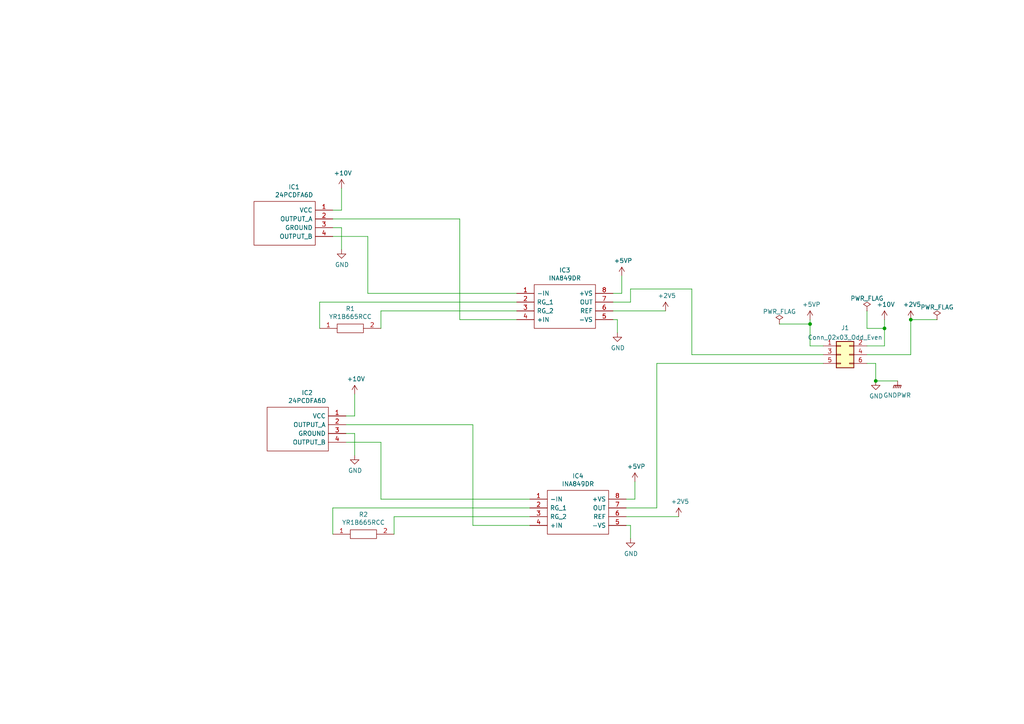
<source format=kicad_sch>
(kicad_sch (version 20211123) (generator eeschema)
  (paper "A4")
  (lib_symbols
    (symbol "Connector_Generic:Conn_02x03_Odd_Even" (pin_names (offset 1.016) hide)
      (property "Reference" "J" (at 1.27 5.08 0))
      (property "Value" "Conn_02x03_Odd_Even" (at 1.27 -5.08 0))
      (symbol "Conn_02x03_Odd_Even_1_1"
        (rectangle (start -1.27 -2.413) (end 0 -2.667) (stroke (width 0.1524)))
        (rectangle (start -1.27 0.127) (end 0 -0.127) (stroke (width 0.1524)))
        (rectangle (start -1.27 2.667) (end 0 2.413) (stroke (width 0.1524)))
        (rectangle (start -1.27 3.81) (end 3.81 -3.81) (stroke (width 0.254)) (fill (type background)))
        (rectangle (start 3.81 -2.413) (end 2.54 -2.667) (stroke (width 0.1524)))
        (rectangle (start 3.81 0.127) (end 2.54 -0.127) (stroke (width 0.1524)))
        (rectangle (start 3.81 2.667) (end 2.54 2.413) (stroke (width 0.1524)))
        (pin passive line (at -5.08 2.54 0) (length 3.81) (name "Pin_1") (number "1"))
        (pin passive line (at 7.62 2.54 180) (length 3.81) (name "Pin_2") (number "2"))
        (pin passive line (at -5.08 0 0) (length 3.81) (name "Pin_3") (number "3"))
        (pin passive line (at 7.62 0 180) (length 3.81) (name "Pin_4") (number "4"))
        (pin passive line (at -5.08 -2.54 0) (length 3.81) (name "Pin_5") (number "5"))
        (pin passive line (at 7.62 -2.54 180) (length 3.81) (name "Pin_6") (number "6"))
      )
    )
    (symbol "SamacSys_Parts:24PCDFA6D" (pin_names (offset 0.762))
      (property "Reference" "IC" (at 24.13 7.62 0))
      (property "Value" "SamacSys_Parts_24PCDFA6D" (at 24.13 5.08 0))
      (symbol "24PCDFA6D_0_0"
        (pin passive line (at 0 -7.62 0) (length 5.08) (name "VCC") (number "1"))
        (pin passive line (at 0 -5.08 0) (length 5.08) (name "OUTPUT_A") (number "2"))
        (pin passive line (at 0 -2.54 0) (length 5.08) (name "GROUND") (number "3"))
        (pin passive line (at 0 0 0) (length 5.08) (name "OUTPUT_B") (number "4"))
      )
      (symbol "24PCDFA6D_0_1"
        (polyline (pts (xy 5.08 2.54) (xy 22.86 2.54) (xy 22.86 -10.16) (xy 5.08 -10.16) (xy 5.08 2.54)) (stroke (width 0.1524)))
      )
    )
    (symbol "SamacSys_Parts:INA849DR" (pin_names (offset 0.762))
      (property "Reference" "IC" (at 24.13 7.62 0))
      (property "Value" "SamacSys_Parts_INA849DR" (at 24.13 5.08 0))
      (symbol "INA849DR_0_0"
        (pin passive line (at 0 0 0) (length 5.08) (name "-IN") (number "1"))
        (pin passive line (at 0 -2.54 0) (length 5.08) (name "RG_1") (number "2"))
        (pin passive line (at 0 -5.08 0) (length 5.08) (name "RG_2") (number "3"))
        (pin passive line (at 0 -7.62 0) (length 5.08) (name "+IN") (number "4"))
        (pin passive line (at 27.94 -7.62 180) (length 5.08) (name "-VS") (number "5"))
        (pin passive line (at 27.94 -5.08 180) (length 5.08) (name "REF") (number "6"))
        (pin passive line (at 27.94 -2.54 180) (length 5.08) (name "OUT") (number "7"))
        (pin passive line (at 27.94 0 180) (length 5.08) (name "+VS") (number "8"))
      )
      (symbol "INA849DR_0_1"
        (polyline (pts (xy 5.08 2.54) (xy 22.86 2.54) (xy 22.86 -10.16) (xy 5.08 -10.16) (xy 5.08 2.54)) (stroke (width 0.1524)))
      )
    )
    (symbol "SamacSys_Parts:YR1B665RCC" (pin_names (offset 0.762))
      (property "Reference" "R" (at 13.97 6.35 0))
      (property "Value" "SamacSys_Parts_YR1B665RCC" (at 13.97 3.81 0))
      (symbol "YR1B665RCC_0_0"
        (pin passive line (at 0 0 0) (length 5.08) (name "~") (number "1"))
        (pin passive line (at 17.78 0 180) (length 5.08) (name "~") (number "2"))
      )
      (symbol "YR1B665RCC_0_1"
        (polyline (pts (xy 5.08 1.27) (xy 12.7 1.27) (xy 12.7 -1.27) (xy 5.08 -1.27) (xy 5.08 1.27)) (stroke (width 0.1524)))
      )
    )
    (symbol "power:+10V" (power) (pin_names (offset 0))
      (property "Value" "+10V" (at 0 3.556 0))
      (symbol "+10V_0_1"
        (polyline (pts (xy -0.762 1.27) (xy 0 2.54)))
        (polyline (pts (xy 0 0) (xy 0 2.54)))
        (polyline (pts (xy 0 2.54) (xy 0.762 1.27)))
      )
      (symbol "+10V_1_1"
        (pin power_in line (at 0 0 90) (length 0) hide (name "+10V") (number "1"))
      )
    )
    (symbol "power:+2V5" (power) (pin_names (offset 0))
      (property "Value" "+2V5" (at 0 3.556 0))
      (symbol "+2V5_0_1"
        (polyline (pts (xy -0.762 1.27) (xy 0 2.54)))
        (polyline (pts (xy 0 0) (xy 0 2.54)))
        (polyline (pts (xy 0 2.54) (xy 0.762 1.27)))
      )
      (symbol "+2V5_1_1"
        (pin power_in line (at 0 0 90) (length 0) hide (name "+2V5") (number "1"))
      )
    )
    (symbol "power:+5VP" (power) (pin_names (offset 0))
      (property "Value" "+5VP" (at 0 3.556 0))
      (symbol "+5VP_0_1"
        (polyline (pts (xy -0.762 1.27) (xy 0 2.54)))
        (polyline (pts (xy 0 0) (xy 0 2.54)))
        (polyline (pts (xy 0 2.54) (xy 0.762 1.27)))
      )
      (symbol "+5VP_1_1"
        (pin power_in line (at 0 0 90) (length 0) hide (name "+5VP") (number "1"))
      )
    )
    (symbol "power:GND" (power) (pin_names (offset 0))
      (property "Value" "GND" (at 0 -3.81 0))
      (symbol "GND_0_1"
        (polyline (pts (xy 0 0) (xy 0 -1.27) (xy 1.27 -1.27) (xy 0 -2.54) (xy -1.27 -1.27) (xy 0 -1.27)))
      )
      (symbol "GND_1_1"
        (pin power_in line (at 0 0 270) (length 0) hide (name "GND") (number "1"))
      )
    )
    (symbol "power:GNDPWR" (power) (pin_names (offset 0))
      (property "Value" "GNDPWR" (at 0 -3.302 0))
      (symbol "GNDPWR_0_1"
        (polyline (pts (xy 0 -1.27) (xy 0 0)))
        (polyline (pts (xy -1.016 -1.27) (xy -1.27 -2.032) (xy -1.27 -2.032)) (stroke (width 0.2032)))
        (polyline (pts (xy -0.508 -1.27) (xy -0.762 -2.032) (xy -0.762 -2.032)) (stroke (width 0.2032)))
        (polyline (pts (xy 0 -1.27) (xy -0.254 -2.032) (xy -0.254 -2.032)) (stroke (width 0.2032)))
        (polyline (pts (xy 0.508 -1.27) (xy 0.254 -2.032) (xy 0.254 -2.032)) (stroke (width 0.2032)))
        (polyline (pts (xy 1.016 -1.27) (xy -1.016 -1.27) (xy -1.016 -1.27)) (stroke (width 0.2032)))
        (polyline (pts (xy 1.016 -1.27) (xy 0.762 -2.032) (xy 0.762 -2.032) (xy 0.762 -2.032)) (stroke (width 0.2032)))
      )
      (symbol "GNDPWR_1_1"
        (pin power_in line (at 0 0 270) (length 0) hide (name "GNDPWR") (number "1"))
      )
    )
    (symbol "power:PWR_FLAG" (power) (pin_numbers hide) (pin_names (offset 0) hide)
      (property "Value" "PWR_FLAG" (at 0 3.81 0))
      (symbol "PWR_FLAG_0_0"
        (pin power_out line (at 0 0 90) (length 0) (name "pwr") (number "1"))
      )
      (symbol "PWR_FLAG_0_1"
        (polyline (pts (xy 0 0) (xy 0 1.27) (xy -1.016 1.905) (xy 0 2.54) (xy 1.016 1.905) (xy 0 1.27)))
      )
    )
  )
  (junction (at 254 110.49))
  (junction (at 256.54 95.25))
  (junction (at 264.16 92.71))
  (junction (at 234.95 93.98))
  (wire (pts (xy 264.16 92.71) (xy 271.78 92.71)))
  (wire (pts (xy 102.87 125.73) (xy 100.33 125.73)))
  (wire (pts (xy 177.8 90.17) (xy 193.04 90.17)))
  (wire (pts (xy 133.35 63.5) (xy 133.35 92.71)))
  (wire (pts (xy 100.33 120.65) (xy 102.87 120.65)))
  (wire (pts (xy 137.16 152.4) (xy 153.67 152.4)))
  (wire (pts (xy 181.61 147.32) (xy 190.5 147.32)))
  (wire (pts (xy 110.49 90.17) (xy 110.49 95.25)))
  (wire (pts (xy 256.54 92.71) (xy 256.54 95.25)))
  (wire (pts (xy 99.06 72.39) (xy 99.06 66.04)))
  (wire (pts (xy 256.54 95.25) (xy 256.54 100.33)))
  (wire (pts (xy 100.33 123.19) (xy 137.16 123.19)))
  (wire (pts (xy 256.54 100.33) (xy 251.46 100.33)))
  (wire (pts (xy 254 110.49) (xy 260.35 110.49)))
  (wire (pts (xy 190.5 105.41) (xy 238.76 105.41)))
  (wire (pts (xy 251.46 102.87) (xy 264.16 102.87)))
  (wire (pts (xy 114.3 149.86) (xy 114.3 154.94)))
  (wire (pts (xy 182.88 152.4) (xy 182.88 156.21)))
  (wire (pts (xy 149.86 85.09) (xy 106.68 85.09)))
  (wire (pts (xy 92.71 87.63) (xy 92.71 95.25)))
  (wire (pts (xy 179.07 92.71) (xy 177.8 92.71)))
  (wire (pts (xy 99.06 66.04) (xy 96.52 66.04)))
  (wire (pts (xy 181.61 149.86) (xy 196.85 149.86)))
  (wire (pts (xy 99.06 60.96) (xy 99.06 54.61)))
  (wire (pts (xy 190.5 147.32) (xy 190.5 105.41)))
  (wire (pts (xy 106.68 68.58) (xy 96.52 68.58)))
  (wire (pts (xy 177.8 85.09) (xy 180.34 85.09)))
  (wire (pts (xy 238.76 102.87) (xy 200.66 102.87)))
  (wire (pts (xy 251.46 95.25) (xy 256.54 95.25)))
  (wire (pts (xy 234.95 92.71) (xy 234.95 93.98)))
  (wire (pts (xy 133.35 92.71) (xy 149.86 92.71)))
  (wire (pts (xy 153.67 149.86) (xy 114.3 149.86)))
  (wire (pts (xy 181.61 144.78) (xy 184.15 144.78)))
  (wire (pts (xy 106.68 85.09) (xy 106.68 68.58)))
  (wire (pts (xy 149.86 90.17) (xy 110.49 90.17)))
  (wire (pts (xy 110.49 128.27) (xy 100.33 128.27)))
  (wire (pts (xy 200.66 102.87) (xy 200.66 83.82)))
  (wire (pts (xy 102.87 132.08) (xy 102.87 125.73)))
  (wire (pts (xy 137.16 123.19) (xy 137.16 152.4)))
  (wire (pts (xy 184.15 144.78) (xy 184.15 139.7)))
  (wire (pts (xy 226.06 93.98) (xy 234.95 93.98)))
  (wire (pts (xy 180.34 85.09) (xy 180.34 80.01)))
  (wire (pts (xy 234.95 93.98) (xy 234.95 100.33)))
  (wire (pts (xy 110.49 144.78) (xy 110.49 128.27)))
  (wire (pts (xy 182.88 87.63) (xy 177.8 87.63)))
  (wire (pts (xy 182.88 83.82) (xy 182.88 87.63)))
  (wire (pts (xy 182.88 152.4) (xy 181.61 152.4)))
  (wire (pts (xy 200.66 83.82) (xy 182.88 83.82)))
  (wire (pts (xy 254 105.41) (xy 251.46 105.41)))
  (wire (pts (xy 179.07 92.71) (xy 179.07 96.52)))
  (wire (pts (xy 96.52 60.96) (xy 99.06 60.96)))
  (wire (pts (xy 254 105.41) (xy 254 110.49)))
  (wire (pts (xy 96.52 147.32) (xy 96.52 154.94)))
  (wire (pts (xy 234.95 100.33) (xy 238.76 100.33)))
  (wire (pts (xy 102.87 120.65) (xy 102.87 114.3)))
  (wire (pts (xy 96.52 63.5) (xy 133.35 63.5)))
  (wire (pts (xy 251.46 90.17) (xy 251.46 95.25)))
  (wire (pts (xy 149.86 87.63) (xy 92.71 87.63)))
  (wire (pts (xy 153.67 144.78) (xy 110.49 144.78)))
  (wire (pts (xy 153.67 147.32) (xy 96.52 147.32)))
  (wire (pts (xy 264.16 92.71) (xy 264.16 102.87)))
  (symbol (lib_id "SamacSys_Parts:24PCDFA6D") (at 96.52 68.58 180) (unit 1)
    (property "Reference" "IC1" (at 85.2932 54.229 0))
    (property "Value" "24PCDFA6D" (at 85.2932 56.5404 0))
    (property "Footprint" "Samac_Sys:24PCDFA6D" (effects hide))
    (property "Datasheet" "https://componentsearchengine.com/Datasheets/2/24PCDFA6D.pdf" (effects hide))
    (property "Description" "Board Mount Pressure Sensors +/-30psi 10V WET-WET DIFF/Gage/Vac Gage" (effects hide))
    (property "Height" "8" (effects hide))
    (property "Mouser Part Number" "785-24PCDFA6D" (effects hide))
    (property "Mouser Price/Stock" "https://www.mouser.co.uk/ProductDetail/Honeywell/24PCDFA6D?qs=pLJKYPamQJx%252B0ilU11tjNg%3D%3D" (effects hide))
    (property "Manufacturer_Name" "Honeywell" (effects hide))
    (property "Manufacturer_Part_Number" "24PCDFA6D" (effects hide))
  )
  (symbol (lib_id "SamacSys_Parts:INA849DR") (at 149.86 85.09 0) (unit 1)
    (property "Reference" "IC3" (at 163.83 78.359 0))
    (property "Value" "INA849DR" (at 163.83 80.6704 0))
    (property "Footprint" "Samac_Sys:SOIC127P600X175-8N" (effects hide))
    (property "Datasheet" "https://www.ti.com/lit/ds/symlink/ina849.pdf?ts=1609495728489&ref_url=https%253A%252F%252Fwww.ti.com%252Fproduct%252FINA849" (effects hide))
    (property "Description" "Texas Instruments Ultra-low noise (1 nV/vHz), high-speed (28 MHz, 35 V/), precision (35 V) instrumentation amplifier" (effects hide))
    (property "Height" "1.75" (effects hide))
    (property "Mouser Part Number" "595-INA849DR" (effects hide))
    (property "Mouser Price/Stock" "https://www.mouser.co.uk/ProductDetail/Texas-Instruments/INA849DR?qs=eP2BKZSCXI4qgDpsz1tg9g%3D%3D" (effects hide))
    (property "Manufacturer_Name" "Texas Instruments" (effects hide))
    (property "Manufacturer_Part_Number" "INA849DR" (effects hide))
  )
  (symbol (lib_id "SamacSys_Parts:YR1B665RCC") (at 92.71 95.25 0) (unit 1)
    (property "Reference" "R1" (at 101.6 89.535 0))
    (property "Value" "YR1B665RCC" (at 101.6 91.8464 0))
    (property "Footprint" "Samac_Sys:RESAD1550W60L630D230" (effects hide))
    (property "Datasheet" "https://componentsearchengine.com/Datasheets/1/YR1B665RCC.pdf" (effects hide))
    (property "Description" "TE Connectivity R Series Axial Through Hole Fixed Resistor 665 +/-0.1% 0.25W +/-15ppm/C" (effects hide))
    (property "Mouser Part Number" "279-YR1B665RCC" (effects hide))
    (property "Mouser Price/Stock" "https://www.mouser.com/Search/Refine.aspx?Keyword=279-YR1B665RCC" (effects hide))
    (property "Manufacturer_Name" "TE Connectivity" (effects hide))
    (property "Manufacturer_Part_Number" "YR1B665RCC" (effects hide))
  )
  (symbol (lib_id "power:+10V") (at 99.06 54.61 0) (unit 1)
    (property "Reference" "#PWR01" (effects hide))
    (property "Value" "+10V" (at 99.441 50.2158 0))
  )
  (symbol (lib_id "power:GND") (at 179.07 96.52 0) (unit 1)
    (property "Reference" "#PWR05" (effects hide))
    (property "Value" "GND" (at 179.197 100.9142 0))
  )
  (symbol (lib_id "power:GND") (at 99.06 72.39 0) (unit 1)
    (property "Reference" "#PWR02" (effects hide))
    (property "Value" "GND" (at 99.187 76.7842 0))
  )
  (symbol (lib_id "power:+2V5") (at 193.04 90.17 0) (unit 1)
    (property "Reference" "#PWR09" (effects hide))
    (property "Value" "+2V5" (at 193.421 85.7758 0))
  )
  (symbol (lib_id "power:+5VP") (at 180.34 80.01 0) (unit 1)
    (property "Reference" "#PWR06" (effects hide))
    (property "Value" "+5VP" (at 180.721 75.6158 0))
  )
  (symbol (lib_id "power:PWR_FLAG") (at 251.46 90.17 0) (unit 1)
    (property "Reference" "#FLG0103" (effects hide))
    (property "Value" "PWR_FLAG" (at 251.46 86.5655 0))
  )
  (symbol (lib_id "power:+5VP") (at 184.15 139.7 0) (unit 1)
    (property "Reference" "#PWR08" (effects hide))
    (property "Value" "+5VP" (at 184.531 135.3058 0))
  )
  (symbol (lib_id "power:+10V") (at 256.54 92.71 0) (unit 1)
    (property "Reference" "#PWR013" (effects hide))
    (property "Value" "+10V" (at 256.921 88.3158 0))
  )
  (symbol (lib_id "SamacSys_Parts:24PCDFA6D") (at 100.33 128.27 180) (unit 1)
    (property "Reference" "IC2" (at 89.1032 113.919 0))
    (property "Value" "24PCDFA6D" (at 89.1032 116.2304 0))
    (property "Footprint" "Samac_Sys:24PCDFA6D" (effects hide))
    (property "Datasheet" "https://componentsearchengine.com/Datasheets/2/24PCDFA6D.pdf" (effects hide))
    (property "Description" "Board Mount Pressure Sensors +/-30psi 10V WET-WET DIFF/Gage/Vac Gage" (effects hide))
    (property "Height" "8" (effects hide))
    (property "Mouser Part Number" "785-24PCDFA6D" (effects hide))
    (property "Mouser Price/Stock" "https://www.mouser.co.uk/ProductDetail/Honeywell/24PCDFA6D?qs=pLJKYPamQJx%252B0ilU11tjNg%3D%3D" (effects hide))
    (property "Manufacturer_Name" "Honeywell" (effects hide))
    (property "Manufacturer_Part_Number" "24PCDFA6D" (effects hide))
  )
  (symbol (lib_id "power:+2V5") (at 196.85 149.86 0) (unit 1)
    (property "Reference" "#PWR010" (effects hide))
    (property "Value" "+2V5" (at 197.231 145.4658 0))
  )
  (symbol (lib_id "power:GND") (at 182.88 156.21 0) (unit 1)
    (property "Reference" "#PWR07" (effects hide))
    (property "Value" "GND" (at 183.007 160.6042 0))
  )
  (symbol (lib_id "power:PWR_FLAG") (at 271.78 92.71 0) (unit 1)
    (property "Reference" "#FLG0101" (effects hide))
    (property "Value" "PWR_FLAG" (at 271.78 89.1055 0))
  )
  (symbol (lib_id "power:+2V5") (at 264.16 92.71 0) (unit 1)
    (property "Reference" "#PWR014" (effects hide))
    (property "Value" "+2V5" (at 264.541 88.3158 0))
  )
  (symbol (lib_id "power:+5VP") (at 234.95 92.71 0) (unit 1)
    (property "Reference" "#PWR011" (effects hide))
    (property "Value" "+5VP" (at 235.331 88.3158 0))
  )
  (symbol (lib_id "power:GNDPWR") (at 260.35 110.49 0) (unit 1)
    (property "Reference" "#PWR?" (effects hide))
    (property "Value" "GNDPWR" (at 260.223 114.6461 0))
  )
  (symbol (lib_id "Connector_Generic:Conn_02x03_Odd_Even") (at 243.84 102.87 0) (unit 1)
    (property "Reference" "J1" (at 245.11 95.0935 0))
    (property "Value" "Conn_02x03_Odd_Even" (at 245.11 97.8686 0))
    (property "Footprint" "Connector_PinHeader_2.54mm:PinHeader_2x03_P2.54mm_Vertical" (effects hide))
  )
  (symbol (lib_id "SamacSys_Parts:INA849DR") (at 153.67 144.78 0) (unit 1)
    (property "Reference" "IC4" (at 167.64 138.049 0))
    (property "Value" "INA849DR" (at 167.64 140.3604 0))
    (property "Footprint" "Samac_Sys:SOIC127P600X175-8N" (effects hide))
    (property "Datasheet" "https://www.ti.com/lit/ds/symlink/ina849.pdf?ts=1609495728489&ref_url=https%253A%252F%252Fwww.ti.com%252Fproduct%252FINA849" (effects hide))
    (property "Description" "Texas Instruments Ultra-low noise (1 nV/vHz), high-speed (28 MHz, 35 V/), precision (35 V) instrumentation amplifier" (effects hide))
    (property "Height" "1.75" (effects hide))
    (property "Mouser Part Number" "595-INA849DR" (effects hide))
    (property "Mouser Price/Stock" "https://www.mouser.co.uk/ProductDetail/Texas-Instruments/INA849DR?qs=eP2BKZSCXI4qgDpsz1tg9g%3D%3D" (effects hide))
    (property "Manufacturer_Name" "Texas Instruments" (effects hide))
    (property "Manufacturer_Part_Number" "INA849DR" (effects hide))
  )
  (symbol (lib_id "power:PWR_FLAG") (at 226.06 93.98 0) (unit 1)
    (property "Reference" "#FLG0102" (effects hide))
    (property "Value" "PWR_FLAG" (at 226.06 90.3755 0))
  )
  (symbol (lib_id "power:GND") (at 254 110.49 0) (unit 1)
    (property "Reference" "#PWR012" (effects hide))
    (property "Value" "GND" (at 254.127 114.8842 0))
  )
  (symbol (lib_id "power:GND") (at 102.87 132.08 0) (unit 1)
    (property "Reference" "#PWR04" (effects hide))
    (property "Value" "GND" (at 102.997 136.4742 0))
  )
  (symbol (lib_id "power:+10V") (at 102.87 114.3 0) (unit 1)
    (property "Reference" "#PWR03" (effects hide))
    (property "Value" "+10V" (at 103.251 109.9058 0))
  )
  (symbol (lib_id "SamacSys_Parts:YR1B665RCC") (at 96.52 154.94 0) (unit 1)
    (property "Reference" "R2" (at 105.41 149.225 0))
    (property "Value" "YR1B665RCC" (at 105.41 151.5364 0))
    (property "Footprint" "Samac_Sys:RESAD1550W60L630D230" (effects hide))
    (property "Datasheet" "https://componentsearchengine.com/Datasheets/1/YR1B665RCC.pdf" (effects hide))
    (property "Description" "TE Connectivity R Series Axial Through Hole Fixed Resistor 665 +/-0.1% 0.25W +/-15ppm/C" (effects hide))
    (property "Mouser Part Number" "279-YR1B665RCC" (effects hide))
    (property "Mouser Price/Stock" "https://www.mouser.com/Search/Refine.aspx?Keyword=279-YR1B665RCC" (effects hide))
    (property "Manufacturer_Name" "TE Connectivity" (effects hide))
    (property "Manufacturer_Part_Number" "YR1B665RCC" (effects hide))
  )
)
</source>
